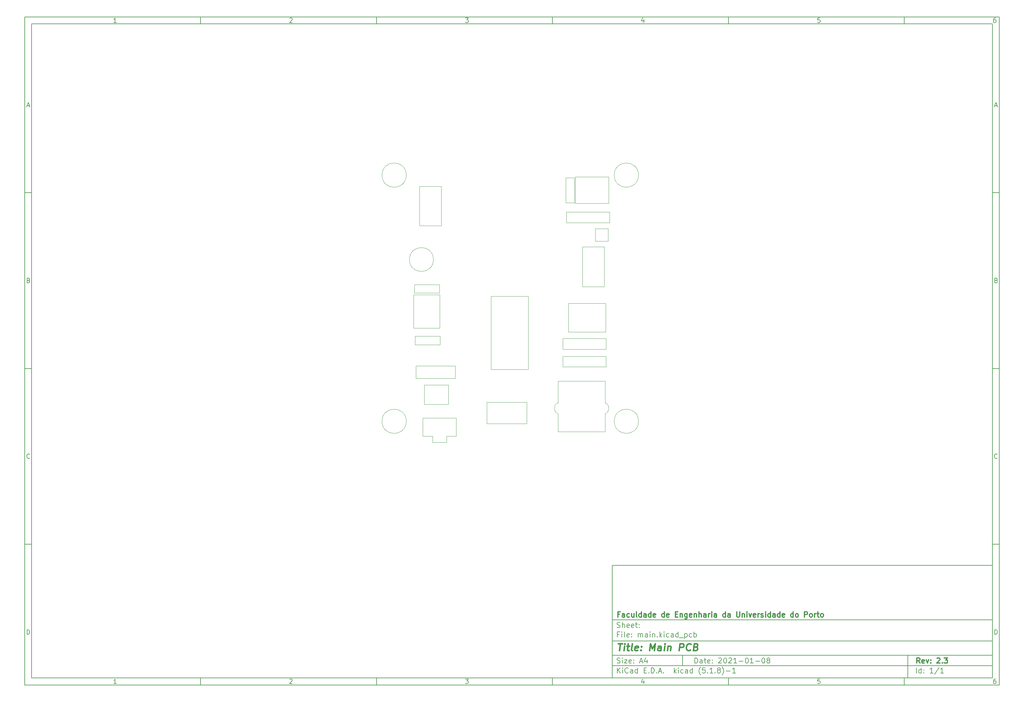
<source format=gbr>
%TF.GenerationSoftware,KiCad,Pcbnew,(5.1.8)-1*%
%TF.CreationDate,2021-01-08T10:56:16+00:00*%
%TF.ProjectId,main,6d61696e-2e6b-4696-9361-645f70636258,2.3*%
%TF.SameCoordinates,Original*%
%TF.FileFunction,Other,User*%
%FSLAX46Y46*%
G04 Gerber Fmt 4.6, Leading zero omitted, Abs format (unit mm)*
G04 Created by KiCad (PCBNEW (5.1.8)-1) date 2021-01-08 10:56:16*
%MOMM*%
%LPD*%
G01*
G04 APERTURE LIST*
%ADD10C,0.100000*%
%ADD11C,0.150000*%
%ADD12C,0.300000*%
%ADD13C,0.400000*%
%ADD14C,0.050000*%
G04 APERTURE END LIST*
D10*
D11*
X177002200Y-166007200D02*
X177002200Y-198007200D01*
X285002200Y-198007200D01*
X285002200Y-166007200D01*
X177002200Y-166007200D01*
D10*
D11*
X10000000Y-10000000D02*
X10000000Y-200007200D01*
X287002200Y-200007200D01*
X287002200Y-10000000D01*
X10000000Y-10000000D01*
D10*
D11*
X12000000Y-12000000D02*
X12000000Y-198007200D01*
X285002200Y-198007200D01*
X285002200Y-12000000D01*
X12000000Y-12000000D01*
D10*
D11*
X60000000Y-12000000D02*
X60000000Y-10000000D01*
D10*
D11*
X110000000Y-12000000D02*
X110000000Y-10000000D01*
D10*
D11*
X160000000Y-12000000D02*
X160000000Y-10000000D01*
D10*
D11*
X210000000Y-12000000D02*
X210000000Y-10000000D01*
D10*
D11*
X260000000Y-12000000D02*
X260000000Y-10000000D01*
D10*
D11*
X36065476Y-11588095D02*
X35322619Y-11588095D01*
X35694047Y-11588095D02*
X35694047Y-10288095D01*
X35570238Y-10473809D01*
X35446428Y-10597619D01*
X35322619Y-10659523D01*
D10*
D11*
X85322619Y-10411904D02*
X85384523Y-10350000D01*
X85508333Y-10288095D01*
X85817857Y-10288095D01*
X85941666Y-10350000D01*
X86003571Y-10411904D01*
X86065476Y-10535714D01*
X86065476Y-10659523D01*
X86003571Y-10845238D01*
X85260714Y-11588095D01*
X86065476Y-11588095D01*
D10*
D11*
X135260714Y-10288095D02*
X136065476Y-10288095D01*
X135632142Y-10783333D01*
X135817857Y-10783333D01*
X135941666Y-10845238D01*
X136003571Y-10907142D01*
X136065476Y-11030952D01*
X136065476Y-11340476D01*
X136003571Y-11464285D01*
X135941666Y-11526190D01*
X135817857Y-11588095D01*
X135446428Y-11588095D01*
X135322619Y-11526190D01*
X135260714Y-11464285D01*
D10*
D11*
X185941666Y-10721428D02*
X185941666Y-11588095D01*
X185632142Y-10226190D02*
X185322619Y-11154761D01*
X186127380Y-11154761D01*
D10*
D11*
X236003571Y-10288095D02*
X235384523Y-10288095D01*
X235322619Y-10907142D01*
X235384523Y-10845238D01*
X235508333Y-10783333D01*
X235817857Y-10783333D01*
X235941666Y-10845238D01*
X236003571Y-10907142D01*
X236065476Y-11030952D01*
X236065476Y-11340476D01*
X236003571Y-11464285D01*
X235941666Y-11526190D01*
X235817857Y-11588095D01*
X235508333Y-11588095D01*
X235384523Y-11526190D01*
X235322619Y-11464285D01*
D10*
D11*
X285941666Y-10288095D02*
X285694047Y-10288095D01*
X285570238Y-10350000D01*
X285508333Y-10411904D01*
X285384523Y-10597619D01*
X285322619Y-10845238D01*
X285322619Y-11340476D01*
X285384523Y-11464285D01*
X285446428Y-11526190D01*
X285570238Y-11588095D01*
X285817857Y-11588095D01*
X285941666Y-11526190D01*
X286003571Y-11464285D01*
X286065476Y-11340476D01*
X286065476Y-11030952D01*
X286003571Y-10907142D01*
X285941666Y-10845238D01*
X285817857Y-10783333D01*
X285570238Y-10783333D01*
X285446428Y-10845238D01*
X285384523Y-10907142D01*
X285322619Y-11030952D01*
D10*
D11*
X60000000Y-198007200D02*
X60000000Y-200007200D01*
D10*
D11*
X110000000Y-198007200D02*
X110000000Y-200007200D01*
D10*
D11*
X160000000Y-198007200D02*
X160000000Y-200007200D01*
D10*
D11*
X210000000Y-198007200D02*
X210000000Y-200007200D01*
D10*
D11*
X260000000Y-198007200D02*
X260000000Y-200007200D01*
D10*
D11*
X36065476Y-199595295D02*
X35322619Y-199595295D01*
X35694047Y-199595295D02*
X35694047Y-198295295D01*
X35570238Y-198481009D01*
X35446428Y-198604819D01*
X35322619Y-198666723D01*
D10*
D11*
X85322619Y-198419104D02*
X85384523Y-198357200D01*
X85508333Y-198295295D01*
X85817857Y-198295295D01*
X85941666Y-198357200D01*
X86003571Y-198419104D01*
X86065476Y-198542914D01*
X86065476Y-198666723D01*
X86003571Y-198852438D01*
X85260714Y-199595295D01*
X86065476Y-199595295D01*
D10*
D11*
X135260714Y-198295295D02*
X136065476Y-198295295D01*
X135632142Y-198790533D01*
X135817857Y-198790533D01*
X135941666Y-198852438D01*
X136003571Y-198914342D01*
X136065476Y-199038152D01*
X136065476Y-199347676D01*
X136003571Y-199471485D01*
X135941666Y-199533390D01*
X135817857Y-199595295D01*
X135446428Y-199595295D01*
X135322619Y-199533390D01*
X135260714Y-199471485D01*
D10*
D11*
X185941666Y-198728628D02*
X185941666Y-199595295D01*
X185632142Y-198233390D02*
X185322619Y-199161961D01*
X186127380Y-199161961D01*
D10*
D11*
X236003571Y-198295295D02*
X235384523Y-198295295D01*
X235322619Y-198914342D01*
X235384523Y-198852438D01*
X235508333Y-198790533D01*
X235817857Y-198790533D01*
X235941666Y-198852438D01*
X236003571Y-198914342D01*
X236065476Y-199038152D01*
X236065476Y-199347676D01*
X236003571Y-199471485D01*
X235941666Y-199533390D01*
X235817857Y-199595295D01*
X235508333Y-199595295D01*
X235384523Y-199533390D01*
X235322619Y-199471485D01*
D10*
D11*
X285941666Y-198295295D02*
X285694047Y-198295295D01*
X285570238Y-198357200D01*
X285508333Y-198419104D01*
X285384523Y-198604819D01*
X285322619Y-198852438D01*
X285322619Y-199347676D01*
X285384523Y-199471485D01*
X285446428Y-199533390D01*
X285570238Y-199595295D01*
X285817857Y-199595295D01*
X285941666Y-199533390D01*
X286003571Y-199471485D01*
X286065476Y-199347676D01*
X286065476Y-199038152D01*
X286003571Y-198914342D01*
X285941666Y-198852438D01*
X285817857Y-198790533D01*
X285570238Y-198790533D01*
X285446428Y-198852438D01*
X285384523Y-198914342D01*
X285322619Y-199038152D01*
D10*
D11*
X10000000Y-60000000D02*
X12000000Y-60000000D01*
D10*
D11*
X10000000Y-110000000D02*
X12000000Y-110000000D01*
D10*
D11*
X10000000Y-160000000D02*
X12000000Y-160000000D01*
D10*
D11*
X10690476Y-35216666D02*
X11309523Y-35216666D01*
X10566666Y-35588095D02*
X11000000Y-34288095D01*
X11433333Y-35588095D01*
D10*
D11*
X11092857Y-84907142D02*
X11278571Y-84969047D01*
X11340476Y-85030952D01*
X11402380Y-85154761D01*
X11402380Y-85340476D01*
X11340476Y-85464285D01*
X11278571Y-85526190D01*
X11154761Y-85588095D01*
X10659523Y-85588095D01*
X10659523Y-84288095D01*
X11092857Y-84288095D01*
X11216666Y-84350000D01*
X11278571Y-84411904D01*
X11340476Y-84535714D01*
X11340476Y-84659523D01*
X11278571Y-84783333D01*
X11216666Y-84845238D01*
X11092857Y-84907142D01*
X10659523Y-84907142D01*
D10*
D11*
X11402380Y-135464285D02*
X11340476Y-135526190D01*
X11154761Y-135588095D01*
X11030952Y-135588095D01*
X10845238Y-135526190D01*
X10721428Y-135402380D01*
X10659523Y-135278571D01*
X10597619Y-135030952D01*
X10597619Y-134845238D01*
X10659523Y-134597619D01*
X10721428Y-134473809D01*
X10845238Y-134350000D01*
X11030952Y-134288095D01*
X11154761Y-134288095D01*
X11340476Y-134350000D01*
X11402380Y-134411904D01*
D10*
D11*
X10659523Y-185588095D02*
X10659523Y-184288095D01*
X10969047Y-184288095D01*
X11154761Y-184350000D01*
X11278571Y-184473809D01*
X11340476Y-184597619D01*
X11402380Y-184845238D01*
X11402380Y-185030952D01*
X11340476Y-185278571D01*
X11278571Y-185402380D01*
X11154761Y-185526190D01*
X10969047Y-185588095D01*
X10659523Y-185588095D01*
D10*
D11*
X287002200Y-60000000D02*
X285002200Y-60000000D01*
D10*
D11*
X287002200Y-110000000D02*
X285002200Y-110000000D01*
D10*
D11*
X287002200Y-160000000D02*
X285002200Y-160000000D01*
D10*
D11*
X285692676Y-35216666D02*
X286311723Y-35216666D01*
X285568866Y-35588095D02*
X286002200Y-34288095D01*
X286435533Y-35588095D01*
D10*
D11*
X286095057Y-84907142D02*
X286280771Y-84969047D01*
X286342676Y-85030952D01*
X286404580Y-85154761D01*
X286404580Y-85340476D01*
X286342676Y-85464285D01*
X286280771Y-85526190D01*
X286156961Y-85588095D01*
X285661723Y-85588095D01*
X285661723Y-84288095D01*
X286095057Y-84288095D01*
X286218866Y-84350000D01*
X286280771Y-84411904D01*
X286342676Y-84535714D01*
X286342676Y-84659523D01*
X286280771Y-84783333D01*
X286218866Y-84845238D01*
X286095057Y-84907142D01*
X285661723Y-84907142D01*
D10*
D11*
X286404580Y-135464285D02*
X286342676Y-135526190D01*
X286156961Y-135588095D01*
X286033152Y-135588095D01*
X285847438Y-135526190D01*
X285723628Y-135402380D01*
X285661723Y-135278571D01*
X285599819Y-135030952D01*
X285599819Y-134845238D01*
X285661723Y-134597619D01*
X285723628Y-134473809D01*
X285847438Y-134350000D01*
X286033152Y-134288095D01*
X286156961Y-134288095D01*
X286342676Y-134350000D01*
X286404580Y-134411904D01*
D10*
D11*
X285661723Y-185588095D02*
X285661723Y-184288095D01*
X285971247Y-184288095D01*
X286156961Y-184350000D01*
X286280771Y-184473809D01*
X286342676Y-184597619D01*
X286404580Y-184845238D01*
X286404580Y-185030952D01*
X286342676Y-185278571D01*
X286280771Y-185402380D01*
X286156961Y-185526190D01*
X285971247Y-185588095D01*
X285661723Y-185588095D01*
D10*
D11*
X200434342Y-193785771D02*
X200434342Y-192285771D01*
X200791485Y-192285771D01*
X201005771Y-192357200D01*
X201148628Y-192500057D01*
X201220057Y-192642914D01*
X201291485Y-192928628D01*
X201291485Y-193142914D01*
X201220057Y-193428628D01*
X201148628Y-193571485D01*
X201005771Y-193714342D01*
X200791485Y-193785771D01*
X200434342Y-193785771D01*
X202577200Y-193785771D02*
X202577200Y-193000057D01*
X202505771Y-192857200D01*
X202362914Y-192785771D01*
X202077200Y-192785771D01*
X201934342Y-192857200D01*
X202577200Y-193714342D02*
X202434342Y-193785771D01*
X202077200Y-193785771D01*
X201934342Y-193714342D01*
X201862914Y-193571485D01*
X201862914Y-193428628D01*
X201934342Y-193285771D01*
X202077200Y-193214342D01*
X202434342Y-193214342D01*
X202577200Y-193142914D01*
X203077200Y-192785771D02*
X203648628Y-192785771D01*
X203291485Y-192285771D02*
X203291485Y-193571485D01*
X203362914Y-193714342D01*
X203505771Y-193785771D01*
X203648628Y-193785771D01*
X204720057Y-193714342D02*
X204577200Y-193785771D01*
X204291485Y-193785771D01*
X204148628Y-193714342D01*
X204077200Y-193571485D01*
X204077200Y-193000057D01*
X204148628Y-192857200D01*
X204291485Y-192785771D01*
X204577200Y-192785771D01*
X204720057Y-192857200D01*
X204791485Y-193000057D01*
X204791485Y-193142914D01*
X204077200Y-193285771D01*
X205434342Y-193642914D02*
X205505771Y-193714342D01*
X205434342Y-193785771D01*
X205362914Y-193714342D01*
X205434342Y-193642914D01*
X205434342Y-193785771D01*
X205434342Y-192857200D02*
X205505771Y-192928628D01*
X205434342Y-193000057D01*
X205362914Y-192928628D01*
X205434342Y-192857200D01*
X205434342Y-193000057D01*
X207220057Y-192428628D02*
X207291485Y-192357200D01*
X207434342Y-192285771D01*
X207791485Y-192285771D01*
X207934342Y-192357200D01*
X208005771Y-192428628D01*
X208077200Y-192571485D01*
X208077200Y-192714342D01*
X208005771Y-192928628D01*
X207148628Y-193785771D01*
X208077200Y-193785771D01*
X209005771Y-192285771D02*
X209148628Y-192285771D01*
X209291485Y-192357200D01*
X209362914Y-192428628D01*
X209434342Y-192571485D01*
X209505771Y-192857200D01*
X209505771Y-193214342D01*
X209434342Y-193500057D01*
X209362914Y-193642914D01*
X209291485Y-193714342D01*
X209148628Y-193785771D01*
X209005771Y-193785771D01*
X208862914Y-193714342D01*
X208791485Y-193642914D01*
X208720057Y-193500057D01*
X208648628Y-193214342D01*
X208648628Y-192857200D01*
X208720057Y-192571485D01*
X208791485Y-192428628D01*
X208862914Y-192357200D01*
X209005771Y-192285771D01*
X210077200Y-192428628D02*
X210148628Y-192357200D01*
X210291485Y-192285771D01*
X210648628Y-192285771D01*
X210791485Y-192357200D01*
X210862914Y-192428628D01*
X210934342Y-192571485D01*
X210934342Y-192714342D01*
X210862914Y-192928628D01*
X210005771Y-193785771D01*
X210934342Y-193785771D01*
X212362914Y-193785771D02*
X211505771Y-193785771D01*
X211934342Y-193785771D02*
X211934342Y-192285771D01*
X211791485Y-192500057D01*
X211648628Y-192642914D01*
X211505771Y-192714342D01*
X213005771Y-193214342D02*
X214148628Y-193214342D01*
X215148628Y-192285771D02*
X215291485Y-192285771D01*
X215434342Y-192357200D01*
X215505771Y-192428628D01*
X215577200Y-192571485D01*
X215648628Y-192857200D01*
X215648628Y-193214342D01*
X215577200Y-193500057D01*
X215505771Y-193642914D01*
X215434342Y-193714342D01*
X215291485Y-193785771D01*
X215148628Y-193785771D01*
X215005771Y-193714342D01*
X214934342Y-193642914D01*
X214862914Y-193500057D01*
X214791485Y-193214342D01*
X214791485Y-192857200D01*
X214862914Y-192571485D01*
X214934342Y-192428628D01*
X215005771Y-192357200D01*
X215148628Y-192285771D01*
X217077200Y-193785771D02*
X216220057Y-193785771D01*
X216648628Y-193785771D02*
X216648628Y-192285771D01*
X216505771Y-192500057D01*
X216362914Y-192642914D01*
X216220057Y-192714342D01*
X217720057Y-193214342D02*
X218862914Y-193214342D01*
X219862914Y-192285771D02*
X220005771Y-192285771D01*
X220148628Y-192357200D01*
X220220057Y-192428628D01*
X220291485Y-192571485D01*
X220362914Y-192857200D01*
X220362914Y-193214342D01*
X220291485Y-193500057D01*
X220220057Y-193642914D01*
X220148628Y-193714342D01*
X220005771Y-193785771D01*
X219862914Y-193785771D01*
X219720057Y-193714342D01*
X219648628Y-193642914D01*
X219577200Y-193500057D01*
X219505771Y-193214342D01*
X219505771Y-192857200D01*
X219577200Y-192571485D01*
X219648628Y-192428628D01*
X219720057Y-192357200D01*
X219862914Y-192285771D01*
X221220057Y-192928628D02*
X221077200Y-192857200D01*
X221005771Y-192785771D01*
X220934342Y-192642914D01*
X220934342Y-192571485D01*
X221005771Y-192428628D01*
X221077200Y-192357200D01*
X221220057Y-192285771D01*
X221505771Y-192285771D01*
X221648628Y-192357200D01*
X221720057Y-192428628D01*
X221791485Y-192571485D01*
X221791485Y-192642914D01*
X221720057Y-192785771D01*
X221648628Y-192857200D01*
X221505771Y-192928628D01*
X221220057Y-192928628D01*
X221077200Y-193000057D01*
X221005771Y-193071485D01*
X220934342Y-193214342D01*
X220934342Y-193500057D01*
X221005771Y-193642914D01*
X221077200Y-193714342D01*
X221220057Y-193785771D01*
X221505771Y-193785771D01*
X221648628Y-193714342D01*
X221720057Y-193642914D01*
X221791485Y-193500057D01*
X221791485Y-193214342D01*
X221720057Y-193071485D01*
X221648628Y-193000057D01*
X221505771Y-192928628D01*
D10*
D11*
X177002200Y-194507200D02*
X285002200Y-194507200D01*
D10*
D11*
X178434342Y-196585771D02*
X178434342Y-195085771D01*
X179291485Y-196585771D02*
X178648628Y-195728628D01*
X179291485Y-195085771D02*
X178434342Y-195942914D01*
X179934342Y-196585771D02*
X179934342Y-195585771D01*
X179934342Y-195085771D02*
X179862914Y-195157200D01*
X179934342Y-195228628D01*
X180005771Y-195157200D01*
X179934342Y-195085771D01*
X179934342Y-195228628D01*
X181505771Y-196442914D02*
X181434342Y-196514342D01*
X181220057Y-196585771D01*
X181077200Y-196585771D01*
X180862914Y-196514342D01*
X180720057Y-196371485D01*
X180648628Y-196228628D01*
X180577200Y-195942914D01*
X180577200Y-195728628D01*
X180648628Y-195442914D01*
X180720057Y-195300057D01*
X180862914Y-195157200D01*
X181077200Y-195085771D01*
X181220057Y-195085771D01*
X181434342Y-195157200D01*
X181505771Y-195228628D01*
X182791485Y-196585771D02*
X182791485Y-195800057D01*
X182720057Y-195657200D01*
X182577200Y-195585771D01*
X182291485Y-195585771D01*
X182148628Y-195657200D01*
X182791485Y-196514342D02*
X182648628Y-196585771D01*
X182291485Y-196585771D01*
X182148628Y-196514342D01*
X182077200Y-196371485D01*
X182077200Y-196228628D01*
X182148628Y-196085771D01*
X182291485Y-196014342D01*
X182648628Y-196014342D01*
X182791485Y-195942914D01*
X184148628Y-196585771D02*
X184148628Y-195085771D01*
X184148628Y-196514342D02*
X184005771Y-196585771D01*
X183720057Y-196585771D01*
X183577200Y-196514342D01*
X183505771Y-196442914D01*
X183434342Y-196300057D01*
X183434342Y-195871485D01*
X183505771Y-195728628D01*
X183577200Y-195657200D01*
X183720057Y-195585771D01*
X184005771Y-195585771D01*
X184148628Y-195657200D01*
X186005771Y-195800057D02*
X186505771Y-195800057D01*
X186720057Y-196585771D02*
X186005771Y-196585771D01*
X186005771Y-195085771D01*
X186720057Y-195085771D01*
X187362914Y-196442914D02*
X187434342Y-196514342D01*
X187362914Y-196585771D01*
X187291485Y-196514342D01*
X187362914Y-196442914D01*
X187362914Y-196585771D01*
X188077200Y-196585771D02*
X188077200Y-195085771D01*
X188434342Y-195085771D01*
X188648628Y-195157200D01*
X188791485Y-195300057D01*
X188862914Y-195442914D01*
X188934342Y-195728628D01*
X188934342Y-195942914D01*
X188862914Y-196228628D01*
X188791485Y-196371485D01*
X188648628Y-196514342D01*
X188434342Y-196585771D01*
X188077200Y-196585771D01*
X189577200Y-196442914D02*
X189648628Y-196514342D01*
X189577200Y-196585771D01*
X189505771Y-196514342D01*
X189577200Y-196442914D01*
X189577200Y-196585771D01*
X190220057Y-196157200D02*
X190934342Y-196157200D01*
X190077200Y-196585771D02*
X190577200Y-195085771D01*
X191077200Y-196585771D01*
X191577200Y-196442914D02*
X191648628Y-196514342D01*
X191577200Y-196585771D01*
X191505771Y-196514342D01*
X191577200Y-196442914D01*
X191577200Y-196585771D01*
X194577200Y-196585771D02*
X194577200Y-195085771D01*
X194720057Y-196014342D02*
X195148628Y-196585771D01*
X195148628Y-195585771D02*
X194577200Y-196157200D01*
X195791485Y-196585771D02*
X195791485Y-195585771D01*
X195791485Y-195085771D02*
X195720057Y-195157200D01*
X195791485Y-195228628D01*
X195862914Y-195157200D01*
X195791485Y-195085771D01*
X195791485Y-195228628D01*
X197148628Y-196514342D02*
X197005771Y-196585771D01*
X196720057Y-196585771D01*
X196577200Y-196514342D01*
X196505771Y-196442914D01*
X196434342Y-196300057D01*
X196434342Y-195871485D01*
X196505771Y-195728628D01*
X196577200Y-195657200D01*
X196720057Y-195585771D01*
X197005771Y-195585771D01*
X197148628Y-195657200D01*
X198434342Y-196585771D02*
X198434342Y-195800057D01*
X198362914Y-195657200D01*
X198220057Y-195585771D01*
X197934342Y-195585771D01*
X197791485Y-195657200D01*
X198434342Y-196514342D02*
X198291485Y-196585771D01*
X197934342Y-196585771D01*
X197791485Y-196514342D01*
X197720057Y-196371485D01*
X197720057Y-196228628D01*
X197791485Y-196085771D01*
X197934342Y-196014342D01*
X198291485Y-196014342D01*
X198434342Y-195942914D01*
X199791485Y-196585771D02*
X199791485Y-195085771D01*
X199791485Y-196514342D02*
X199648628Y-196585771D01*
X199362914Y-196585771D01*
X199220057Y-196514342D01*
X199148628Y-196442914D01*
X199077200Y-196300057D01*
X199077200Y-195871485D01*
X199148628Y-195728628D01*
X199220057Y-195657200D01*
X199362914Y-195585771D01*
X199648628Y-195585771D01*
X199791485Y-195657200D01*
X202077200Y-197157200D02*
X202005771Y-197085771D01*
X201862914Y-196871485D01*
X201791485Y-196728628D01*
X201720057Y-196514342D01*
X201648628Y-196157200D01*
X201648628Y-195871485D01*
X201720057Y-195514342D01*
X201791485Y-195300057D01*
X201862914Y-195157200D01*
X202005771Y-194942914D01*
X202077200Y-194871485D01*
X203362914Y-195085771D02*
X202648628Y-195085771D01*
X202577200Y-195800057D01*
X202648628Y-195728628D01*
X202791485Y-195657200D01*
X203148628Y-195657200D01*
X203291485Y-195728628D01*
X203362914Y-195800057D01*
X203434342Y-195942914D01*
X203434342Y-196300057D01*
X203362914Y-196442914D01*
X203291485Y-196514342D01*
X203148628Y-196585771D01*
X202791485Y-196585771D01*
X202648628Y-196514342D01*
X202577200Y-196442914D01*
X204077200Y-196442914D02*
X204148628Y-196514342D01*
X204077200Y-196585771D01*
X204005771Y-196514342D01*
X204077200Y-196442914D01*
X204077200Y-196585771D01*
X205577200Y-196585771D02*
X204720057Y-196585771D01*
X205148628Y-196585771D02*
X205148628Y-195085771D01*
X205005771Y-195300057D01*
X204862914Y-195442914D01*
X204720057Y-195514342D01*
X206220057Y-196442914D02*
X206291485Y-196514342D01*
X206220057Y-196585771D01*
X206148628Y-196514342D01*
X206220057Y-196442914D01*
X206220057Y-196585771D01*
X207148628Y-195728628D02*
X207005771Y-195657200D01*
X206934342Y-195585771D01*
X206862914Y-195442914D01*
X206862914Y-195371485D01*
X206934342Y-195228628D01*
X207005771Y-195157200D01*
X207148628Y-195085771D01*
X207434342Y-195085771D01*
X207577200Y-195157200D01*
X207648628Y-195228628D01*
X207720057Y-195371485D01*
X207720057Y-195442914D01*
X207648628Y-195585771D01*
X207577200Y-195657200D01*
X207434342Y-195728628D01*
X207148628Y-195728628D01*
X207005771Y-195800057D01*
X206934342Y-195871485D01*
X206862914Y-196014342D01*
X206862914Y-196300057D01*
X206934342Y-196442914D01*
X207005771Y-196514342D01*
X207148628Y-196585771D01*
X207434342Y-196585771D01*
X207577200Y-196514342D01*
X207648628Y-196442914D01*
X207720057Y-196300057D01*
X207720057Y-196014342D01*
X207648628Y-195871485D01*
X207577200Y-195800057D01*
X207434342Y-195728628D01*
X208220057Y-197157200D02*
X208291485Y-197085771D01*
X208434342Y-196871485D01*
X208505771Y-196728628D01*
X208577200Y-196514342D01*
X208648628Y-196157200D01*
X208648628Y-195871485D01*
X208577200Y-195514342D01*
X208505771Y-195300057D01*
X208434342Y-195157200D01*
X208291485Y-194942914D01*
X208220057Y-194871485D01*
X209362914Y-196014342D02*
X210505771Y-196014342D01*
X212005771Y-196585771D02*
X211148628Y-196585771D01*
X211577200Y-196585771D02*
X211577200Y-195085771D01*
X211434342Y-195300057D01*
X211291485Y-195442914D01*
X211148628Y-195514342D01*
D10*
D11*
X177002200Y-191507200D02*
X285002200Y-191507200D01*
D10*
D12*
X264411485Y-193785771D02*
X263911485Y-193071485D01*
X263554342Y-193785771D02*
X263554342Y-192285771D01*
X264125771Y-192285771D01*
X264268628Y-192357200D01*
X264340057Y-192428628D01*
X264411485Y-192571485D01*
X264411485Y-192785771D01*
X264340057Y-192928628D01*
X264268628Y-193000057D01*
X264125771Y-193071485D01*
X263554342Y-193071485D01*
X265625771Y-193714342D02*
X265482914Y-193785771D01*
X265197200Y-193785771D01*
X265054342Y-193714342D01*
X264982914Y-193571485D01*
X264982914Y-193000057D01*
X265054342Y-192857200D01*
X265197200Y-192785771D01*
X265482914Y-192785771D01*
X265625771Y-192857200D01*
X265697200Y-193000057D01*
X265697200Y-193142914D01*
X264982914Y-193285771D01*
X266197200Y-192785771D02*
X266554342Y-193785771D01*
X266911485Y-192785771D01*
X267482914Y-193642914D02*
X267554342Y-193714342D01*
X267482914Y-193785771D01*
X267411485Y-193714342D01*
X267482914Y-193642914D01*
X267482914Y-193785771D01*
X267482914Y-192857200D02*
X267554342Y-192928628D01*
X267482914Y-193000057D01*
X267411485Y-192928628D01*
X267482914Y-192857200D01*
X267482914Y-193000057D01*
X269268628Y-192428628D02*
X269340057Y-192357200D01*
X269482914Y-192285771D01*
X269840057Y-192285771D01*
X269982914Y-192357200D01*
X270054342Y-192428628D01*
X270125771Y-192571485D01*
X270125771Y-192714342D01*
X270054342Y-192928628D01*
X269197200Y-193785771D01*
X270125771Y-193785771D01*
X270768628Y-193642914D02*
X270840057Y-193714342D01*
X270768628Y-193785771D01*
X270697200Y-193714342D01*
X270768628Y-193642914D01*
X270768628Y-193785771D01*
X271340057Y-192285771D02*
X272268628Y-192285771D01*
X271768628Y-192857200D01*
X271982914Y-192857200D01*
X272125771Y-192928628D01*
X272197200Y-193000057D01*
X272268628Y-193142914D01*
X272268628Y-193500057D01*
X272197200Y-193642914D01*
X272125771Y-193714342D01*
X271982914Y-193785771D01*
X271554342Y-193785771D01*
X271411485Y-193714342D01*
X271340057Y-193642914D01*
D10*
D11*
X178362914Y-193714342D02*
X178577200Y-193785771D01*
X178934342Y-193785771D01*
X179077200Y-193714342D01*
X179148628Y-193642914D01*
X179220057Y-193500057D01*
X179220057Y-193357200D01*
X179148628Y-193214342D01*
X179077200Y-193142914D01*
X178934342Y-193071485D01*
X178648628Y-193000057D01*
X178505771Y-192928628D01*
X178434342Y-192857200D01*
X178362914Y-192714342D01*
X178362914Y-192571485D01*
X178434342Y-192428628D01*
X178505771Y-192357200D01*
X178648628Y-192285771D01*
X179005771Y-192285771D01*
X179220057Y-192357200D01*
X179862914Y-193785771D02*
X179862914Y-192785771D01*
X179862914Y-192285771D02*
X179791485Y-192357200D01*
X179862914Y-192428628D01*
X179934342Y-192357200D01*
X179862914Y-192285771D01*
X179862914Y-192428628D01*
X180434342Y-192785771D02*
X181220057Y-192785771D01*
X180434342Y-193785771D01*
X181220057Y-193785771D01*
X182362914Y-193714342D02*
X182220057Y-193785771D01*
X181934342Y-193785771D01*
X181791485Y-193714342D01*
X181720057Y-193571485D01*
X181720057Y-193000057D01*
X181791485Y-192857200D01*
X181934342Y-192785771D01*
X182220057Y-192785771D01*
X182362914Y-192857200D01*
X182434342Y-193000057D01*
X182434342Y-193142914D01*
X181720057Y-193285771D01*
X183077200Y-193642914D02*
X183148628Y-193714342D01*
X183077200Y-193785771D01*
X183005771Y-193714342D01*
X183077200Y-193642914D01*
X183077200Y-193785771D01*
X183077200Y-192857200D02*
X183148628Y-192928628D01*
X183077200Y-193000057D01*
X183005771Y-192928628D01*
X183077200Y-192857200D01*
X183077200Y-193000057D01*
X184862914Y-193357200D02*
X185577200Y-193357200D01*
X184720057Y-193785771D02*
X185220057Y-192285771D01*
X185720057Y-193785771D01*
X186862914Y-192785771D02*
X186862914Y-193785771D01*
X186505771Y-192214342D02*
X186148628Y-193285771D01*
X187077200Y-193285771D01*
D10*
D11*
X263434342Y-196585771D02*
X263434342Y-195085771D01*
X264791485Y-196585771D02*
X264791485Y-195085771D01*
X264791485Y-196514342D02*
X264648628Y-196585771D01*
X264362914Y-196585771D01*
X264220057Y-196514342D01*
X264148628Y-196442914D01*
X264077200Y-196300057D01*
X264077200Y-195871485D01*
X264148628Y-195728628D01*
X264220057Y-195657200D01*
X264362914Y-195585771D01*
X264648628Y-195585771D01*
X264791485Y-195657200D01*
X265505771Y-196442914D02*
X265577200Y-196514342D01*
X265505771Y-196585771D01*
X265434342Y-196514342D01*
X265505771Y-196442914D01*
X265505771Y-196585771D01*
X265505771Y-195657200D02*
X265577200Y-195728628D01*
X265505771Y-195800057D01*
X265434342Y-195728628D01*
X265505771Y-195657200D01*
X265505771Y-195800057D01*
X268148628Y-196585771D02*
X267291485Y-196585771D01*
X267720057Y-196585771D02*
X267720057Y-195085771D01*
X267577200Y-195300057D01*
X267434342Y-195442914D01*
X267291485Y-195514342D01*
X269862914Y-195014342D02*
X268577200Y-196942914D01*
X271148628Y-196585771D02*
X270291485Y-196585771D01*
X270720057Y-196585771D02*
X270720057Y-195085771D01*
X270577200Y-195300057D01*
X270434342Y-195442914D01*
X270291485Y-195514342D01*
D10*
D11*
X177002200Y-187507200D02*
X285002200Y-187507200D01*
D10*
D13*
X178714580Y-188211961D02*
X179857438Y-188211961D01*
X179036009Y-190211961D02*
X179286009Y-188211961D01*
X180274104Y-190211961D02*
X180440771Y-188878628D01*
X180524104Y-188211961D02*
X180416961Y-188307200D01*
X180500295Y-188402438D01*
X180607438Y-188307200D01*
X180524104Y-188211961D01*
X180500295Y-188402438D01*
X181107438Y-188878628D02*
X181869342Y-188878628D01*
X181476485Y-188211961D02*
X181262200Y-189926247D01*
X181333628Y-190116723D01*
X181512200Y-190211961D01*
X181702676Y-190211961D01*
X182655057Y-190211961D02*
X182476485Y-190116723D01*
X182405057Y-189926247D01*
X182619342Y-188211961D01*
X184190771Y-190116723D02*
X183988390Y-190211961D01*
X183607438Y-190211961D01*
X183428866Y-190116723D01*
X183357438Y-189926247D01*
X183452676Y-189164342D01*
X183571723Y-188973866D01*
X183774104Y-188878628D01*
X184155057Y-188878628D01*
X184333628Y-188973866D01*
X184405057Y-189164342D01*
X184381247Y-189354819D01*
X183405057Y-189545295D01*
X185155057Y-190021485D02*
X185238390Y-190116723D01*
X185131247Y-190211961D01*
X185047914Y-190116723D01*
X185155057Y-190021485D01*
X185131247Y-190211961D01*
X185286009Y-188973866D02*
X185369342Y-189069104D01*
X185262200Y-189164342D01*
X185178866Y-189069104D01*
X185286009Y-188973866D01*
X185262200Y-189164342D01*
X187607438Y-190211961D02*
X187857438Y-188211961D01*
X188345533Y-189640533D01*
X189190771Y-188211961D01*
X188940771Y-190211961D01*
X190750295Y-190211961D02*
X190881247Y-189164342D01*
X190809819Y-188973866D01*
X190631247Y-188878628D01*
X190250295Y-188878628D01*
X190047914Y-188973866D01*
X190762200Y-190116723D02*
X190559819Y-190211961D01*
X190083628Y-190211961D01*
X189905057Y-190116723D01*
X189833628Y-189926247D01*
X189857438Y-189735771D01*
X189976485Y-189545295D01*
X190178866Y-189450057D01*
X190655057Y-189450057D01*
X190857438Y-189354819D01*
X191702676Y-190211961D02*
X191869342Y-188878628D01*
X191952676Y-188211961D02*
X191845533Y-188307200D01*
X191928866Y-188402438D01*
X192036009Y-188307200D01*
X191952676Y-188211961D01*
X191928866Y-188402438D01*
X192821723Y-188878628D02*
X192655057Y-190211961D01*
X192797914Y-189069104D02*
X192905057Y-188973866D01*
X193107438Y-188878628D01*
X193393152Y-188878628D01*
X193571723Y-188973866D01*
X193643152Y-189164342D01*
X193512200Y-190211961D01*
X195988390Y-190211961D02*
X196238390Y-188211961D01*
X197000295Y-188211961D01*
X197178866Y-188307200D01*
X197262200Y-188402438D01*
X197333628Y-188592914D01*
X197297914Y-188878628D01*
X197178866Y-189069104D01*
X197071723Y-189164342D01*
X196869342Y-189259580D01*
X196107438Y-189259580D01*
X199155057Y-190021485D02*
X199047914Y-190116723D01*
X198750295Y-190211961D01*
X198559819Y-190211961D01*
X198286009Y-190116723D01*
X198119342Y-189926247D01*
X198047914Y-189735771D01*
X198000295Y-189354819D01*
X198036009Y-189069104D01*
X198178866Y-188688152D01*
X198297914Y-188497676D01*
X198512200Y-188307200D01*
X198809819Y-188211961D01*
X199000295Y-188211961D01*
X199274104Y-188307200D01*
X199357438Y-188402438D01*
X200786009Y-189164342D02*
X201059819Y-189259580D01*
X201143152Y-189354819D01*
X201214580Y-189545295D01*
X201178866Y-189831009D01*
X201059819Y-190021485D01*
X200952676Y-190116723D01*
X200750295Y-190211961D01*
X199988390Y-190211961D01*
X200238390Y-188211961D01*
X200905057Y-188211961D01*
X201083628Y-188307200D01*
X201166961Y-188402438D01*
X201238390Y-188592914D01*
X201214580Y-188783390D01*
X201095533Y-188973866D01*
X200988390Y-189069104D01*
X200786009Y-189164342D01*
X200119342Y-189164342D01*
D10*
D11*
X178934342Y-185600057D02*
X178434342Y-185600057D01*
X178434342Y-186385771D02*
X178434342Y-184885771D01*
X179148628Y-184885771D01*
X179720057Y-186385771D02*
X179720057Y-185385771D01*
X179720057Y-184885771D02*
X179648628Y-184957200D01*
X179720057Y-185028628D01*
X179791485Y-184957200D01*
X179720057Y-184885771D01*
X179720057Y-185028628D01*
X180648628Y-186385771D02*
X180505771Y-186314342D01*
X180434342Y-186171485D01*
X180434342Y-184885771D01*
X181791485Y-186314342D02*
X181648628Y-186385771D01*
X181362914Y-186385771D01*
X181220057Y-186314342D01*
X181148628Y-186171485D01*
X181148628Y-185600057D01*
X181220057Y-185457200D01*
X181362914Y-185385771D01*
X181648628Y-185385771D01*
X181791485Y-185457200D01*
X181862914Y-185600057D01*
X181862914Y-185742914D01*
X181148628Y-185885771D01*
X182505771Y-186242914D02*
X182577200Y-186314342D01*
X182505771Y-186385771D01*
X182434342Y-186314342D01*
X182505771Y-186242914D01*
X182505771Y-186385771D01*
X182505771Y-185457200D02*
X182577200Y-185528628D01*
X182505771Y-185600057D01*
X182434342Y-185528628D01*
X182505771Y-185457200D01*
X182505771Y-185600057D01*
X184362914Y-186385771D02*
X184362914Y-185385771D01*
X184362914Y-185528628D02*
X184434342Y-185457200D01*
X184577200Y-185385771D01*
X184791485Y-185385771D01*
X184934342Y-185457200D01*
X185005771Y-185600057D01*
X185005771Y-186385771D01*
X185005771Y-185600057D02*
X185077200Y-185457200D01*
X185220057Y-185385771D01*
X185434342Y-185385771D01*
X185577200Y-185457200D01*
X185648628Y-185600057D01*
X185648628Y-186385771D01*
X187005771Y-186385771D02*
X187005771Y-185600057D01*
X186934342Y-185457200D01*
X186791485Y-185385771D01*
X186505771Y-185385771D01*
X186362914Y-185457200D01*
X187005771Y-186314342D02*
X186862914Y-186385771D01*
X186505771Y-186385771D01*
X186362914Y-186314342D01*
X186291485Y-186171485D01*
X186291485Y-186028628D01*
X186362914Y-185885771D01*
X186505771Y-185814342D01*
X186862914Y-185814342D01*
X187005771Y-185742914D01*
X187720057Y-186385771D02*
X187720057Y-185385771D01*
X187720057Y-184885771D02*
X187648628Y-184957200D01*
X187720057Y-185028628D01*
X187791485Y-184957200D01*
X187720057Y-184885771D01*
X187720057Y-185028628D01*
X188434342Y-185385771D02*
X188434342Y-186385771D01*
X188434342Y-185528628D02*
X188505771Y-185457200D01*
X188648628Y-185385771D01*
X188862914Y-185385771D01*
X189005771Y-185457200D01*
X189077200Y-185600057D01*
X189077200Y-186385771D01*
X189791485Y-186242914D02*
X189862914Y-186314342D01*
X189791485Y-186385771D01*
X189720057Y-186314342D01*
X189791485Y-186242914D01*
X189791485Y-186385771D01*
X190505771Y-186385771D02*
X190505771Y-184885771D01*
X190648628Y-185814342D02*
X191077200Y-186385771D01*
X191077200Y-185385771D02*
X190505771Y-185957200D01*
X191720057Y-186385771D02*
X191720057Y-185385771D01*
X191720057Y-184885771D02*
X191648628Y-184957200D01*
X191720057Y-185028628D01*
X191791485Y-184957200D01*
X191720057Y-184885771D01*
X191720057Y-185028628D01*
X193077200Y-186314342D02*
X192934342Y-186385771D01*
X192648628Y-186385771D01*
X192505771Y-186314342D01*
X192434342Y-186242914D01*
X192362914Y-186100057D01*
X192362914Y-185671485D01*
X192434342Y-185528628D01*
X192505771Y-185457200D01*
X192648628Y-185385771D01*
X192934342Y-185385771D01*
X193077200Y-185457200D01*
X194362914Y-186385771D02*
X194362914Y-185600057D01*
X194291485Y-185457200D01*
X194148628Y-185385771D01*
X193862914Y-185385771D01*
X193720057Y-185457200D01*
X194362914Y-186314342D02*
X194220057Y-186385771D01*
X193862914Y-186385771D01*
X193720057Y-186314342D01*
X193648628Y-186171485D01*
X193648628Y-186028628D01*
X193720057Y-185885771D01*
X193862914Y-185814342D01*
X194220057Y-185814342D01*
X194362914Y-185742914D01*
X195720057Y-186385771D02*
X195720057Y-184885771D01*
X195720057Y-186314342D02*
X195577200Y-186385771D01*
X195291485Y-186385771D01*
X195148628Y-186314342D01*
X195077200Y-186242914D01*
X195005771Y-186100057D01*
X195005771Y-185671485D01*
X195077200Y-185528628D01*
X195148628Y-185457200D01*
X195291485Y-185385771D01*
X195577200Y-185385771D01*
X195720057Y-185457200D01*
X196077200Y-186528628D02*
X197220057Y-186528628D01*
X197577200Y-185385771D02*
X197577200Y-186885771D01*
X197577200Y-185457200D02*
X197720057Y-185385771D01*
X198005771Y-185385771D01*
X198148628Y-185457200D01*
X198220057Y-185528628D01*
X198291485Y-185671485D01*
X198291485Y-186100057D01*
X198220057Y-186242914D01*
X198148628Y-186314342D01*
X198005771Y-186385771D01*
X197720057Y-186385771D01*
X197577200Y-186314342D01*
X199577200Y-186314342D02*
X199434342Y-186385771D01*
X199148628Y-186385771D01*
X199005771Y-186314342D01*
X198934342Y-186242914D01*
X198862914Y-186100057D01*
X198862914Y-185671485D01*
X198934342Y-185528628D01*
X199005771Y-185457200D01*
X199148628Y-185385771D01*
X199434342Y-185385771D01*
X199577200Y-185457200D01*
X200220057Y-186385771D02*
X200220057Y-184885771D01*
X200220057Y-185457200D02*
X200362914Y-185385771D01*
X200648628Y-185385771D01*
X200791485Y-185457200D01*
X200862914Y-185528628D01*
X200934342Y-185671485D01*
X200934342Y-186100057D01*
X200862914Y-186242914D01*
X200791485Y-186314342D01*
X200648628Y-186385771D01*
X200362914Y-186385771D01*
X200220057Y-186314342D01*
D10*
D11*
X177002200Y-181507200D02*
X285002200Y-181507200D01*
D10*
D11*
X178362914Y-183614342D02*
X178577200Y-183685771D01*
X178934342Y-183685771D01*
X179077200Y-183614342D01*
X179148628Y-183542914D01*
X179220057Y-183400057D01*
X179220057Y-183257200D01*
X179148628Y-183114342D01*
X179077200Y-183042914D01*
X178934342Y-182971485D01*
X178648628Y-182900057D01*
X178505771Y-182828628D01*
X178434342Y-182757200D01*
X178362914Y-182614342D01*
X178362914Y-182471485D01*
X178434342Y-182328628D01*
X178505771Y-182257200D01*
X178648628Y-182185771D01*
X179005771Y-182185771D01*
X179220057Y-182257200D01*
X179862914Y-183685771D02*
X179862914Y-182185771D01*
X180505771Y-183685771D02*
X180505771Y-182900057D01*
X180434342Y-182757200D01*
X180291485Y-182685771D01*
X180077200Y-182685771D01*
X179934342Y-182757200D01*
X179862914Y-182828628D01*
X181791485Y-183614342D02*
X181648628Y-183685771D01*
X181362914Y-183685771D01*
X181220057Y-183614342D01*
X181148628Y-183471485D01*
X181148628Y-182900057D01*
X181220057Y-182757200D01*
X181362914Y-182685771D01*
X181648628Y-182685771D01*
X181791485Y-182757200D01*
X181862914Y-182900057D01*
X181862914Y-183042914D01*
X181148628Y-183185771D01*
X183077200Y-183614342D02*
X182934342Y-183685771D01*
X182648628Y-183685771D01*
X182505771Y-183614342D01*
X182434342Y-183471485D01*
X182434342Y-182900057D01*
X182505771Y-182757200D01*
X182648628Y-182685771D01*
X182934342Y-182685771D01*
X183077200Y-182757200D01*
X183148628Y-182900057D01*
X183148628Y-183042914D01*
X182434342Y-183185771D01*
X183577200Y-182685771D02*
X184148628Y-182685771D01*
X183791485Y-182185771D02*
X183791485Y-183471485D01*
X183862914Y-183614342D01*
X184005771Y-183685771D01*
X184148628Y-183685771D01*
X184648628Y-183542914D02*
X184720057Y-183614342D01*
X184648628Y-183685771D01*
X184577200Y-183614342D01*
X184648628Y-183542914D01*
X184648628Y-183685771D01*
X184648628Y-182757200D02*
X184720057Y-182828628D01*
X184648628Y-182900057D01*
X184577200Y-182828628D01*
X184648628Y-182757200D01*
X184648628Y-182900057D01*
D10*
D12*
X179054342Y-179900057D02*
X178554342Y-179900057D01*
X178554342Y-180685771D02*
X178554342Y-179185771D01*
X179268628Y-179185771D01*
X180482914Y-180685771D02*
X180482914Y-179900057D01*
X180411485Y-179757200D01*
X180268628Y-179685771D01*
X179982914Y-179685771D01*
X179840057Y-179757200D01*
X180482914Y-180614342D02*
X180340057Y-180685771D01*
X179982914Y-180685771D01*
X179840057Y-180614342D01*
X179768628Y-180471485D01*
X179768628Y-180328628D01*
X179840057Y-180185771D01*
X179982914Y-180114342D01*
X180340057Y-180114342D01*
X180482914Y-180042914D01*
X181840057Y-180614342D02*
X181697200Y-180685771D01*
X181411485Y-180685771D01*
X181268628Y-180614342D01*
X181197200Y-180542914D01*
X181125771Y-180400057D01*
X181125771Y-179971485D01*
X181197200Y-179828628D01*
X181268628Y-179757200D01*
X181411485Y-179685771D01*
X181697200Y-179685771D01*
X181840057Y-179757200D01*
X183125771Y-179685771D02*
X183125771Y-180685771D01*
X182482914Y-179685771D02*
X182482914Y-180471485D01*
X182554342Y-180614342D01*
X182697200Y-180685771D01*
X182911485Y-180685771D01*
X183054342Y-180614342D01*
X183125771Y-180542914D01*
X184054342Y-180685771D02*
X183911485Y-180614342D01*
X183840057Y-180471485D01*
X183840057Y-179185771D01*
X185268628Y-180685771D02*
X185268628Y-179185771D01*
X185268628Y-180614342D02*
X185125771Y-180685771D01*
X184840057Y-180685771D01*
X184697200Y-180614342D01*
X184625771Y-180542914D01*
X184554342Y-180400057D01*
X184554342Y-179971485D01*
X184625771Y-179828628D01*
X184697200Y-179757200D01*
X184840057Y-179685771D01*
X185125771Y-179685771D01*
X185268628Y-179757200D01*
X186625771Y-180685771D02*
X186625771Y-179900057D01*
X186554342Y-179757200D01*
X186411485Y-179685771D01*
X186125771Y-179685771D01*
X185982914Y-179757200D01*
X186625771Y-180614342D02*
X186482914Y-180685771D01*
X186125771Y-180685771D01*
X185982914Y-180614342D01*
X185911485Y-180471485D01*
X185911485Y-180328628D01*
X185982914Y-180185771D01*
X186125771Y-180114342D01*
X186482914Y-180114342D01*
X186625771Y-180042914D01*
X187982914Y-180685771D02*
X187982914Y-179185771D01*
X187982914Y-180614342D02*
X187840057Y-180685771D01*
X187554342Y-180685771D01*
X187411485Y-180614342D01*
X187340057Y-180542914D01*
X187268628Y-180400057D01*
X187268628Y-179971485D01*
X187340057Y-179828628D01*
X187411485Y-179757200D01*
X187554342Y-179685771D01*
X187840057Y-179685771D01*
X187982914Y-179757200D01*
X189268628Y-180614342D02*
X189125771Y-180685771D01*
X188840057Y-180685771D01*
X188697200Y-180614342D01*
X188625771Y-180471485D01*
X188625771Y-179900057D01*
X188697200Y-179757200D01*
X188840057Y-179685771D01*
X189125771Y-179685771D01*
X189268628Y-179757200D01*
X189340057Y-179900057D01*
X189340057Y-180042914D01*
X188625771Y-180185771D01*
X191768628Y-180685771D02*
X191768628Y-179185771D01*
X191768628Y-180614342D02*
X191625771Y-180685771D01*
X191340057Y-180685771D01*
X191197200Y-180614342D01*
X191125771Y-180542914D01*
X191054342Y-180400057D01*
X191054342Y-179971485D01*
X191125771Y-179828628D01*
X191197200Y-179757200D01*
X191340057Y-179685771D01*
X191625771Y-179685771D01*
X191768628Y-179757200D01*
X193054342Y-180614342D02*
X192911485Y-180685771D01*
X192625771Y-180685771D01*
X192482914Y-180614342D01*
X192411485Y-180471485D01*
X192411485Y-179900057D01*
X192482914Y-179757200D01*
X192625771Y-179685771D01*
X192911485Y-179685771D01*
X193054342Y-179757200D01*
X193125771Y-179900057D01*
X193125771Y-180042914D01*
X192411485Y-180185771D01*
X194911485Y-179900057D02*
X195411485Y-179900057D01*
X195625771Y-180685771D02*
X194911485Y-180685771D01*
X194911485Y-179185771D01*
X195625771Y-179185771D01*
X196268628Y-179685771D02*
X196268628Y-180685771D01*
X196268628Y-179828628D02*
X196340057Y-179757200D01*
X196482914Y-179685771D01*
X196697200Y-179685771D01*
X196840057Y-179757200D01*
X196911485Y-179900057D01*
X196911485Y-180685771D01*
X198268628Y-179685771D02*
X198268628Y-180900057D01*
X198197200Y-181042914D01*
X198125771Y-181114342D01*
X197982914Y-181185771D01*
X197768628Y-181185771D01*
X197625771Y-181114342D01*
X198268628Y-180614342D02*
X198125771Y-180685771D01*
X197840057Y-180685771D01*
X197697200Y-180614342D01*
X197625771Y-180542914D01*
X197554342Y-180400057D01*
X197554342Y-179971485D01*
X197625771Y-179828628D01*
X197697200Y-179757200D01*
X197840057Y-179685771D01*
X198125771Y-179685771D01*
X198268628Y-179757200D01*
X199554342Y-180614342D02*
X199411485Y-180685771D01*
X199125771Y-180685771D01*
X198982914Y-180614342D01*
X198911485Y-180471485D01*
X198911485Y-179900057D01*
X198982914Y-179757200D01*
X199125771Y-179685771D01*
X199411485Y-179685771D01*
X199554342Y-179757200D01*
X199625771Y-179900057D01*
X199625771Y-180042914D01*
X198911485Y-180185771D01*
X200268628Y-179685771D02*
X200268628Y-180685771D01*
X200268628Y-179828628D02*
X200340057Y-179757200D01*
X200482914Y-179685771D01*
X200697200Y-179685771D01*
X200840057Y-179757200D01*
X200911485Y-179900057D01*
X200911485Y-180685771D01*
X201625771Y-180685771D02*
X201625771Y-179185771D01*
X202268628Y-180685771D02*
X202268628Y-179900057D01*
X202197200Y-179757200D01*
X202054342Y-179685771D01*
X201840057Y-179685771D01*
X201697200Y-179757200D01*
X201625771Y-179828628D01*
X203625771Y-180685771D02*
X203625771Y-179900057D01*
X203554342Y-179757200D01*
X203411485Y-179685771D01*
X203125771Y-179685771D01*
X202982914Y-179757200D01*
X203625771Y-180614342D02*
X203482914Y-180685771D01*
X203125771Y-180685771D01*
X202982914Y-180614342D01*
X202911485Y-180471485D01*
X202911485Y-180328628D01*
X202982914Y-180185771D01*
X203125771Y-180114342D01*
X203482914Y-180114342D01*
X203625771Y-180042914D01*
X204340057Y-180685771D02*
X204340057Y-179685771D01*
X204340057Y-179971485D02*
X204411485Y-179828628D01*
X204482914Y-179757200D01*
X204625771Y-179685771D01*
X204768628Y-179685771D01*
X205268628Y-180685771D02*
X205268628Y-179685771D01*
X205268628Y-179185771D02*
X205197200Y-179257200D01*
X205268628Y-179328628D01*
X205340057Y-179257200D01*
X205268628Y-179185771D01*
X205268628Y-179328628D01*
X206625771Y-180685771D02*
X206625771Y-179900057D01*
X206554342Y-179757200D01*
X206411485Y-179685771D01*
X206125771Y-179685771D01*
X205982914Y-179757200D01*
X206625771Y-180614342D02*
X206482914Y-180685771D01*
X206125771Y-180685771D01*
X205982914Y-180614342D01*
X205911485Y-180471485D01*
X205911485Y-180328628D01*
X205982914Y-180185771D01*
X206125771Y-180114342D01*
X206482914Y-180114342D01*
X206625771Y-180042914D01*
X209125771Y-180685771D02*
X209125771Y-179185771D01*
X209125771Y-180614342D02*
X208982914Y-180685771D01*
X208697200Y-180685771D01*
X208554342Y-180614342D01*
X208482914Y-180542914D01*
X208411485Y-180400057D01*
X208411485Y-179971485D01*
X208482914Y-179828628D01*
X208554342Y-179757200D01*
X208697200Y-179685771D01*
X208982914Y-179685771D01*
X209125771Y-179757200D01*
X210482914Y-180685771D02*
X210482914Y-179900057D01*
X210411485Y-179757200D01*
X210268628Y-179685771D01*
X209982914Y-179685771D01*
X209840057Y-179757200D01*
X210482914Y-180614342D02*
X210340057Y-180685771D01*
X209982914Y-180685771D01*
X209840057Y-180614342D01*
X209768628Y-180471485D01*
X209768628Y-180328628D01*
X209840057Y-180185771D01*
X209982914Y-180114342D01*
X210340057Y-180114342D01*
X210482914Y-180042914D01*
X212340057Y-179185771D02*
X212340057Y-180400057D01*
X212411485Y-180542914D01*
X212482914Y-180614342D01*
X212625771Y-180685771D01*
X212911485Y-180685771D01*
X213054342Y-180614342D01*
X213125771Y-180542914D01*
X213197200Y-180400057D01*
X213197200Y-179185771D01*
X213911485Y-179685771D02*
X213911485Y-180685771D01*
X213911485Y-179828628D02*
X213982914Y-179757200D01*
X214125771Y-179685771D01*
X214340057Y-179685771D01*
X214482914Y-179757200D01*
X214554342Y-179900057D01*
X214554342Y-180685771D01*
X215268628Y-180685771D02*
X215268628Y-179685771D01*
X215268628Y-179185771D02*
X215197200Y-179257200D01*
X215268628Y-179328628D01*
X215340057Y-179257200D01*
X215268628Y-179185771D01*
X215268628Y-179328628D01*
X215840057Y-179685771D02*
X216197200Y-180685771D01*
X216554342Y-179685771D01*
X217697200Y-180614342D02*
X217554342Y-180685771D01*
X217268628Y-180685771D01*
X217125771Y-180614342D01*
X217054342Y-180471485D01*
X217054342Y-179900057D01*
X217125771Y-179757200D01*
X217268628Y-179685771D01*
X217554342Y-179685771D01*
X217697200Y-179757200D01*
X217768628Y-179900057D01*
X217768628Y-180042914D01*
X217054342Y-180185771D01*
X218411485Y-180685771D02*
X218411485Y-179685771D01*
X218411485Y-179971485D02*
X218482914Y-179828628D01*
X218554342Y-179757200D01*
X218697200Y-179685771D01*
X218840057Y-179685771D01*
X219268628Y-180614342D02*
X219411485Y-180685771D01*
X219697200Y-180685771D01*
X219840057Y-180614342D01*
X219911485Y-180471485D01*
X219911485Y-180400057D01*
X219840057Y-180257200D01*
X219697200Y-180185771D01*
X219482914Y-180185771D01*
X219340057Y-180114342D01*
X219268628Y-179971485D01*
X219268628Y-179900057D01*
X219340057Y-179757200D01*
X219482914Y-179685771D01*
X219697200Y-179685771D01*
X219840057Y-179757200D01*
X220554342Y-180685771D02*
X220554342Y-179685771D01*
X220554342Y-179185771D02*
X220482914Y-179257200D01*
X220554342Y-179328628D01*
X220625771Y-179257200D01*
X220554342Y-179185771D01*
X220554342Y-179328628D01*
X221911485Y-180685771D02*
X221911485Y-179185771D01*
X221911485Y-180614342D02*
X221768628Y-180685771D01*
X221482914Y-180685771D01*
X221340057Y-180614342D01*
X221268628Y-180542914D01*
X221197200Y-180400057D01*
X221197200Y-179971485D01*
X221268628Y-179828628D01*
X221340057Y-179757200D01*
X221482914Y-179685771D01*
X221768628Y-179685771D01*
X221911485Y-179757200D01*
X223268628Y-180685771D02*
X223268628Y-179900057D01*
X223197200Y-179757200D01*
X223054342Y-179685771D01*
X222768628Y-179685771D01*
X222625771Y-179757200D01*
X223268628Y-180614342D02*
X223125771Y-180685771D01*
X222768628Y-180685771D01*
X222625771Y-180614342D01*
X222554342Y-180471485D01*
X222554342Y-180328628D01*
X222625771Y-180185771D01*
X222768628Y-180114342D01*
X223125771Y-180114342D01*
X223268628Y-180042914D01*
X224625771Y-180685771D02*
X224625771Y-179185771D01*
X224625771Y-180614342D02*
X224482914Y-180685771D01*
X224197200Y-180685771D01*
X224054342Y-180614342D01*
X223982914Y-180542914D01*
X223911485Y-180400057D01*
X223911485Y-179971485D01*
X223982914Y-179828628D01*
X224054342Y-179757200D01*
X224197200Y-179685771D01*
X224482914Y-179685771D01*
X224625771Y-179757200D01*
X225911485Y-180614342D02*
X225768628Y-180685771D01*
X225482914Y-180685771D01*
X225340057Y-180614342D01*
X225268628Y-180471485D01*
X225268628Y-179900057D01*
X225340057Y-179757200D01*
X225482914Y-179685771D01*
X225768628Y-179685771D01*
X225911485Y-179757200D01*
X225982914Y-179900057D01*
X225982914Y-180042914D01*
X225268628Y-180185771D01*
X228411485Y-180685771D02*
X228411485Y-179185771D01*
X228411485Y-180614342D02*
X228268628Y-180685771D01*
X227982914Y-180685771D01*
X227840057Y-180614342D01*
X227768628Y-180542914D01*
X227697200Y-180400057D01*
X227697200Y-179971485D01*
X227768628Y-179828628D01*
X227840057Y-179757200D01*
X227982914Y-179685771D01*
X228268628Y-179685771D01*
X228411485Y-179757200D01*
X229340057Y-180685771D02*
X229197200Y-180614342D01*
X229125771Y-180542914D01*
X229054342Y-180400057D01*
X229054342Y-179971485D01*
X229125771Y-179828628D01*
X229197200Y-179757200D01*
X229340057Y-179685771D01*
X229554342Y-179685771D01*
X229697200Y-179757200D01*
X229768628Y-179828628D01*
X229840057Y-179971485D01*
X229840057Y-180400057D01*
X229768628Y-180542914D01*
X229697200Y-180614342D01*
X229554342Y-180685771D01*
X229340057Y-180685771D01*
X231625771Y-180685771D02*
X231625771Y-179185771D01*
X232197200Y-179185771D01*
X232340057Y-179257200D01*
X232411485Y-179328628D01*
X232482914Y-179471485D01*
X232482914Y-179685771D01*
X232411485Y-179828628D01*
X232340057Y-179900057D01*
X232197200Y-179971485D01*
X231625771Y-179971485D01*
X233340057Y-180685771D02*
X233197200Y-180614342D01*
X233125771Y-180542914D01*
X233054342Y-180400057D01*
X233054342Y-179971485D01*
X233125771Y-179828628D01*
X233197200Y-179757200D01*
X233340057Y-179685771D01*
X233554342Y-179685771D01*
X233697200Y-179757200D01*
X233768628Y-179828628D01*
X233840057Y-179971485D01*
X233840057Y-180400057D01*
X233768628Y-180542914D01*
X233697200Y-180614342D01*
X233554342Y-180685771D01*
X233340057Y-180685771D01*
X234482914Y-180685771D02*
X234482914Y-179685771D01*
X234482914Y-179971485D02*
X234554342Y-179828628D01*
X234625771Y-179757200D01*
X234768628Y-179685771D01*
X234911485Y-179685771D01*
X235197200Y-179685771D02*
X235768628Y-179685771D01*
X235411485Y-179185771D02*
X235411485Y-180471485D01*
X235482914Y-180614342D01*
X235625771Y-180685771D01*
X235768628Y-180685771D01*
X236482914Y-180685771D02*
X236340057Y-180614342D01*
X236268628Y-180542914D01*
X236197200Y-180400057D01*
X236197200Y-179971485D01*
X236268628Y-179828628D01*
X236340057Y-179757200D01*
X236482914Y-179685771D01*
X236697200Y-179685771D01*
X236840057Y-179757200D01*
X236911485Y-179828628D01*
X236982914Y-179971485D01*
X236982914Y-180400057D01*
X236911485Y-180542914D01*
X236840057Y-180614342D01*
X236697200Y-180685771D01*
X236482914Y-180685771D01*
D10*
D11*
X197002200Y-191507200D02*
X197002200Y-194507200D01*
D10*
D11*
X261002200Y-191507200D02*
X261002200Y-198007200D01*
D14*
%TO.C,J7*%
X161570000Y-113600000D02*
X161570000Y-119720000D01*
X174970000Y-113600000D02*
X174970000Y-119720000D01*
X161570000Y-128000000D02*
X161570000Y-122880000D01*
X174970000Y-128000000D02*
X161570000Y-128000000D01*
X174970000Y-122880000D02*
X174970000Y-128000000D01*
X161570000Y-113600000D02*
X174970000Y-113600000D01*
X174970000Y-119720000D02*
G75*
G02*
X174970000Y-122880000I-700000J-1580000D01*
G01*
X161570000Y-122880000D02*
G75*
G02*
X161570000Y-119720000I700000J1580000D01*
G01*
%TO.C,J6*%
X152650000Y-119550000D02*
X152650000Y-125700000D01*
X141300000Y-125700000D02*
X152650000Y-125700000D01*
X141300000Y-119550000D02*
X141300000Y-125700000D01*
X152650000Y-119550000D02*
X141300000Y-119550000D01*
%TO.C,J5*%
X168550000Y-75350000D02*
X174700000Y-75350000D01*
X174700000Y-86700000D02*
X174700000Y-75350000D01*
X168550000Y-86700000D02*
X174700000Y-86700000D01*
X168550000Y-75350000D02*
X168550000Y-86700000D01*
%TO.C,H4*%
X118450000Y-55000000D02*
G75*
G03*
X118450000Y-55000000I-3450000J0D01*
G01*
%TO.C,H3*%
X184450000Y-55000000D02*
G75*
G03*
X184450000Y-55000000I-3450000J0D01*
G01*
%TO.C,H2*%
X184450000Y-125000000D02*
G75*
G03*
X184450000Y-125000000I-3450000J0D01*
G01*
%TO.C,H1*%
X118450000Y-125000000D02*
G75*
G03*
X118450000Y-125000000I-3450000J0D01*
G01*
%TO.C,U1*%
X153100000Y-89450000D02*
X142550000Y-89450000D01*
X153100000Y-110300000D02*
X153100000Y-89450000D01*
X142550000Y-110300000D02*
X153100000Y-110300000D01*
X142550000Y-89450000D02*
X142550000Y-110300000D01*
%TO.C,SW3*%
X175750000Y-63000000D02*
X176000000Y-63000000D01*
X176000000Y-63000000D02*
X176000000Y-62750000D01*
X175750000Y-55500000D02*
X176000000Y-55500000D01*
X176000000Y-55500000D02*
X176000000Y-55750000D01*
X166500000Y-55750000D02*
X166500000Y-55500000D01*
X166500000Y-55500000D02*
X166750000Y-55500000D01*
X166500000Y-62750000D02*
X166500000Y-63000000D01*
X166500000Y-63000000D02*
X166750000Y-63000000D01*
X166750000Y-55500000D02*
X175750000Y-55500000D01*
X166500000Y-62750000D02*
X166500000Y-55750000D01*
X175750000Y-63000000D02*
X166750000Y-63000000D01*
X176000000Y-55750000D02*
X176000000Y-62750000D01*
%TO.C,SW2*%
X128000000Y-89250000D02*
X128000000Y-89000000D01*
X128000000Y-89000000D02*
X127750000Y-89000000D01*
X120500000Y-89250000D02*
X120500000Y-89000000D01*
X120500000Y-89000000D02*
X120750000Y-89000000D01*
X120750000Y-98500000D02*
X120500000Y-98500000D01*
X120500000Y-98500000D02*
X120500000Y-98250000D01*
X127750000Y-98500000D02*
X128000000Y-98500000D01*
X128000000Y-98500000D02*
X128000000Y-98250000D01*
X120500000Y-98250000D02*
X120500000Y-89250000D01*
X127750000Y-98500000D02*
X120750000Y-98500000D01*
X128000000Y-89250000D02*
X128000000Y-98250000D01*
X120750000Y-89000000D02*
X127750000Y-89000000D01*
%TO.C,R3*%
X163950000Y-65500000D02*
X163950000Y-68500000D01*
X163950000Y-68500000D02*
X176210000Y-68500000D01*
X176210000Y-68500000D02*
X176210000Y-65500000D01*
X176210000Y-65500000D02*
X163950000Y-65500000D01*
%TO.C,R2*%
X162950000Y-106500000D02*
X162950000Y-109500000D01*
X162950000Y-109500000D02*
X175210000Y-109500000D01*
X175210000Y-109500000D02*
X175210000Y-106500000D01*
X175210000Y-106500000D02*
X162950000Y-106500000D01*
%TO.C,R1*%
X162950000Y-101500000D02*
X162950000Y-104500000D01*
X162950000Y-104500000D02*
X175210000Y-104500000D01*
X175210000Y-104500000D02*
X175210000Y-101500000D01*
X175210000Y-101500000D02*
X162950000Y-101500000D01*
%TO.C,C4*%
X120950000Y-100800000D02*
X120950000Y-103200000D01*
X120950000Y-103200000D02*
X128050000Y-103200000D01*
X128050000Y-103200000D02*
X128050000Y-100800000D01*
X128050000Y-100800000D02*
X120950000Y-100800000D01*
%TO.C,C3*%
X126150000Y-79000000D02*
G75*
G03*
X126150000Y-79000000I-3400000J0D01*
G01*
%TO.C,C2*%
X163800000Y-62850000D02*
X166200000Y-62850000D01*
X166200000Y-62850000D02*
X166200000Y-55750000D01*
X166200000Y-55750000D02*
X163800000Y-55750000D01*
X163800000Y-55750000D02*
X163800000Y-62850000D01*
%TO.C,C1*%
X120750000Y-86100000D02*
X120750000Y-88500000D01*
X120750000Y-88500000D02*
X127850000Y-88500000D01*
X127850000Y-88500000D02*
X127850000Y-86100000D01*
X127850000Y-86100000D02*
X120750000Y-86100000D01*
%TO.C,SW1*%
X125900000Y-129250000D02*
X125900000Y-131000000D01*
X129900000Y-131000000D02*
X129900000Y-129250000D01*
X129900000Y-131000000D02*
X125900000Y-131000000D01*
X125900000Y-129250000D02*
X123150000Y-129250000D01*
X123150000Y-129250000D02*
X123150000Y-124050000D01*
X123150000Y-124050000D02*
X132650000Y-124050000D01*
X132650000Y-124050000D02*
X132650000Y-129250000D01*
X132650000Y-129250000D02*
X129900000Y-129250000D01*
%TO.C,U2*%
X175100000Y-91450000D02*
X164550000Y-91450000D01*
X175100000Y-99600000D02*
X175100000Y-91450000D01*
X164550000Y-99600000D02*
X175100000Y-99600000D01*
X164550000Y-91450000D02*
X164550000Y-99600000D01*
%TO.C,J4*%
X128350000Y-58200000D02*
X122200000Y-58200000D01*
X128350000Y-69400000D02*
X128350000Y-58200000D01*
X122200000Y-69400000D02*
X128350000Y-69400000D01*
X122200000Y-58200000D02*
X122200000Y-69400000D01*
%TO.C,J3*%
X175800000Y-70200000D02*
X172200000Y-70200000D01*
X175800000Y-73800000D02*
X175800000Y-70200000D01*
X172200000Y-73800000D02*
X175800000Y-73800000D01*
X172200000Y-70200000D02*
X172200000Y-73800000D01*
%TO.C,J1*%
X123550000Y-120200000D02*
X130450000Y-120200000D01*
X123550000Y-114700000D02*
X123550000Y-120200000D01*
X130450000Y-114700000D02*
X123550000Y-114700000D01*
X130450000Y-120200000D02*
X130450000Y-114700000D01*
%TO.C,J2*%
X132400000Y-112800000D02*
X121200000Y-112800000D01*
X132400000Y-109250000D02*
X132400000Y-112800000D01*
X121200000Y-109250000D02*
X132400000Y-109250000D01*
X121200000Y-112800000D02*
X121200000Y-109250000D01*
%TD*%
M02*

</source>
